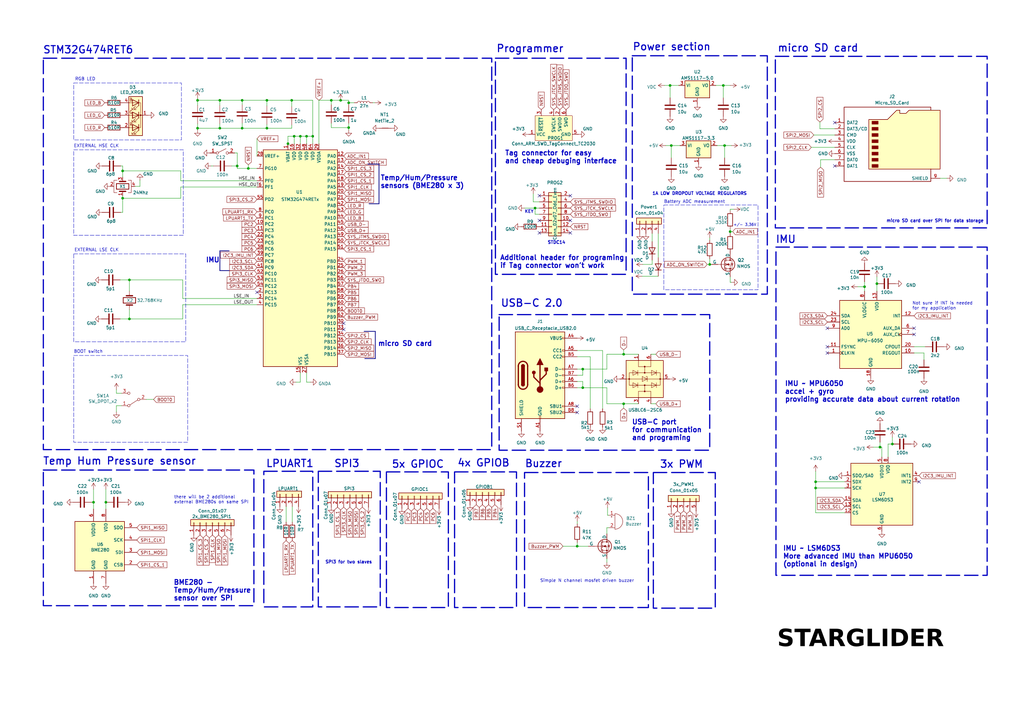
<source format=kicad_sch>
(kicad_sch (version 20231120) (generator "eeschema") (generator_version "8.0")
  (paper "A3")
  (title_block (title "STARGLIDER Main Board") (date "2024-08-12") (rev "1"))
  (junction (at 109.474 52.578))
  (junction (at 81.026 52.578))
  (junction (at 334.518 200.152))
  (junction (at 90.17 52.578))
  (junction (at 125.73 55.88))
  (junction (at 38.354 205.994))
  (junction (at 90.17 41.148))
  (junction (at 118.11 58.928))
  (junction (at 135.89 41.148))
  (junction (at 120.65 55.88))
  (junction (at 128.27 55.88))
  (junction (at 50.292 70.104))
  (junction (at 119.634 41.148))
  (junction (at 81.026 41.148))
  (junction (at 366.014 182.118))
  (junction (at 139.7 41.148))
  (junction (at 99.314 52.578))
  (junction (at 291.084 108.458))
  (junction (at 296.672 35.052))
  (junction (at 255.778 165.608))
  (junction (at 236.728 224.028))
  (junction (at 255.778 145.288))
  (junction (at 53.086 114.808))
  (junction (at 354.584 117.602))
  (junction (at 299.466 94.996))
  (junction (at 123.19 55.88))
  (junction (at 274.828 35.052))
  (junction (at 143.002 52.324))
  (junction (at 359.664 116.332))
  (junction (at 50.292 81.28))
  (junction (at 143.002 42.164))
  (junction (at 297.18 59.69))
  (junction (at 239.014 159.004))
  (junction (at 109.474 41.148))
  (junction (at 53.086 130.81))
  (junction (at 99.314 41.148))
  (junction (at 334.518 197.612))
  (junction (at 239.014 151.384))
  (junction (at 360.934 183.388))
  (junction (at 275.336 59.69))
  (junction (at 219.456 85.344))
  (junction (at 43.434 205.994))
  (junction (at 97.282 68.072))
  (junction (at 101.854 69.088))
  (no_connect (at 233.934 80.264))
  (no_connect (at 233.934 95.504))
  (no_connect (at 236.728 169.164))
  (no_connect (at 376.936 197.612))
  (no_connect (at 233.934 90.424))
  (no_connect (at 342.392 68.072))
  (no_connect (at 374.904 137.16))
  (no_connect (at 140.97 135.128))
  (no_connect (at 221.234 80.264))
  (no_connect (at 140.97 132.588))
  (no_connect (at 339.344 134.62))
  (no_connect (at 236.728 166.624))
  (no_connect (at 339.344 144.78))
  (no_connect (at 374.904 134.62))
  (no_connect (at 342.392 50.292))
  (no_connect (at 105.41 119.888))
  (no_connect (at 221.234 90.424))
  (no_connect (at 339.344 142.24))
  (no_connect (at 221.234 95.504))
  (wire (pts (xy 255.778 143.51) (xy 255.778 145.288)))
  (wire (pts (xy 43.434 205.994) (xy 43.434 208.788)))
  (wire (pts (xy 291.084 108.458) (xy 291.846 108.458)))
  (wire (pts (xy 130.81 41.148) (xy 135.89 41.148)))
  (wire (pts (xy 230.886 224.028) (xy 236.728 224.028)))
  (wire (pts (xy 109.474 51.054) (xy 109.474 52.578)))
  (wire (pts (xy 97.282 68.072) (xy 94.996 68.072)))
  (wire (pts (xy 342.392 52.832) (xy 336.296 52.832)))
  (wire (pts (xy 81.026 50.8) (xy 81.026 52.578)))
  (wire (pts (xy 336.296 50.038) (xy 336.296 52.832)))
  (wire (pts (xy 86.614 68.072) (xy 87.376 68.072)))
  (wire (pts (xy 236.728 159.004) (xy 239.014 159.004)))
  (wire (pts (xy 236.728 224.028) (xy 241.3 224.028)))
  (wire (pts (xy 81.026 40.386) (xy 81.026 41.148)))
  (wire (pts (xy 135.89 52.324) (xy 135.89 50.546)))
  (wire (pts (xy 90.17 41.148) (xy 90.17 43.18)))
  (wire (pts (xy 119.634 51.308) (xy 119.634 52.578)))
  (wire (pts (xy 153.67 42.164) (xy 152.908 42.164)))
  (wire (pts (xy 53.086 114.808) (xy 74.93 114.808)))
  (wire (pts (xy 97.282 69.088) (xy 97.282 68.072)))
  (wire (pts (xy 109.474 41.148) (xy 109.474 43.434)))
  (wire (pts (xy 53.086 127) (xy 53.086 130.81)))
  (wire (pts (xy 379.476 142.24) (xy 374.904 142.24)))
  (wire (pts (xy 49.276 114.808) (xy 53.086 114.808)))
  (wire (pts (xy 118.11 58.928) (xy 118.11 55.88)))
  (wire (pts (xy 120.65 55.88) (xy 123.19 55.88)))
  (wire (pts (xy 334.518 197.612) (xy 346.456 197.612)))
  (wire (pts (xy 236.728 213.868) (xy 236.728 214.884)))
  (wire (pts (xy 49.53 68.072) (xy 50.292 68.072)))
  (wire (pts (xy 236.728 156.464) (xy 239.014 156.464)))
  (wire (pts (xy 261.874 145.288) (xy 255.778 145.288)))
  (wire (pts (xy 215.138 85.344) (xy 219.456 85.344)))
  (wire (pts (xy 294.132 59.69) (xy 297.18 59.69)))
  (bus (pts (xy 90.17 110.998) (xy 93.98 110.998)))
  (wire (pts (xy 249.682 211.328) (xy 249.174 211.328)))
  (bus (pts (xy 150.876 67.31) (xy 155.448 67.31)))
  (wire (pts (xy 97.282 62.738) (xy 96.266 62.738)))
  (wire (pts (xy 119.634 41.148) (xy 109.474 41.148)))
  (wire (pts (xy 50.292 80.264) (xy 50.292 81.28)))
  (wire (pts (xy 128.27 41.148) (xy 119.634 41.148)))
  (wire (pts (xy 90.17 41.148) (xy 81.026 41.148)))
  (wire (pts (xy 346.456 210.312) (xy 334.518 210.312)))
  (wire (pts (xy 270.002 95.758) (xy 270.002 105.664)))
  (wire (pts (xy 300.99 85.852) (xy 299.466 85.852)))
  (wire (pts (xy 299.466 85.852) (xy 299.466 86.36)))
  (wire (pts (xy 247.142 167.64) (xy 247.142 143.764)))
  (wire (pts (xy 145.288 42.164) (xy 143.002 42.164)))
  (wire (pts (xy 135.89 52.324) (xy 143.002 52.324)))
  (wire (pts (xy 374.904 144.78) (xy 378.968 144.78)))
  (wire (pts (xy 74.168 74.168) (xy 105.41 74.168)))
  (wire (pts (xy 119.634 41.148) (xy 119.634 43.688)))
  (wire (pts (xy 275.336 59.69) (xy 275.336 64.77)))
  (wire (pts (xy 130.81 41.148) (xy 130.81 58.928)))
  (bus (pts (xy 153.924 147.066) (xy 149.606 147.066)))
  (wire (pts (xy 127.254 156.718) (xy 125.73 156.718)))
  (wire (pts (xy 296.672 35.052) (xy 299.466 35.052)))
  (wire (pts (xy 248.92 216.408) (xy 248.92 218.948)))
  (wire (pts (xy 297.18 59.69) (xy 299.974 59.69)))
  (wire (pts (xy 267.462 108.458) (xy 263.652 108.458)))
  (wire (pts (xy 354.584 115.57) (xy 354.584 117.602)))
  (wire (pts (xy 57.404 73.914) (xy 57.404 76.454)))
  (wire (pts (xy 267.462 99.06) (xy 267.462 95.758)))
  (wire (pts (xy 50.292 81.28) (xy 50.292 87.122)))
  (wire (pts (xy 299.466 93.98) (xy 299.466 94.996)))
  (wire (pts (xy 47.752 161.29) (xy 47.752 159.766)))
  (wire (pts (xy 90.17 52.578) (xy 99.314 52.578)))
  (wire (pts (xy 57.404 76.454) (xy 55.372 76.454)))
  (wire (pts (xy 275.336 59.69) (xy 278.892 59.69)))
  (wire (pts (xy 296.672 35.052) (xy 296.672 40.132)))
  (wire (pts (xy 49.784 161.29) (xy 47.752 161.29)))
  (wire (pts (xy 74.168 70.104) (xy 50.292 70.104)))
  (wire (pts (xy 351.79 117.602) (xy 354.584 117.602)))
  (bus (pts (xy 153.924 135.89) (xy 153.924 147.066)))
  (wire (pts (xy 364.236 182.118) (xy 366.014 182.118)))
  (wire (pts (xy 125.73 55.88) (xy 128.27 55.88)))
  (wire (pts (xy 143.002 41.148) (xy 143.002 42.164)))
  (wire (pts (xy 74.168 76.708) (xy 74.168 81.28)))
  (wire (pts (xy 334.518 200.152) (xy 334.518 197.612)))
  (wire (pts (xy 219.456 87.884) (xy 219.456 85.344)))
  (wire (pts (xy 378.968 147.574) (xy 378.968 144.78)))
  (wire (pts (xy 336.55 65.532) (xy 336.55 68.58)))
  (bus (pts (xy 155.448 83.566) (xy 151.384 83.566)))
  (wire (pts (xy 366.014 179.324) (xy 366.014 182.118)))
  (wire (pts (xy 242.062 167.64) (xy 242.062 146.304)))
  (wire (pts (xy 291.084 106.172) (xy 291.084 108.458)))
  (wire (pts (xy 101.854 69.088) (xy 97.282 69.088)))
  (wire (pts (xy 118.11 59.182) (xy 118.11 58.928)))
  (wire (pts (xy 49.784 166.37) (xy 47.752 166.37)))
  (wire (pts (xy 117.348 207.772) (xy 117.348 214.122)))
  (wire (pts (xy 273.05 59.69) (xy 275.336 59.69)))
  (wire (pts (xy 299.974 115.824) (xy 299.466 115.824)))
  (wire (pts (xy 272.542 35.052) (xy 274.828 35.052)))
  (wire (pts (xy 74.168 81.28) (xy 50.292 81.28)))
  (wire (pts (xy 239.014 151.384) (xy 236.728 151.384)))
  (wire (pts (xy 297.18 59.69) (xy 297.18 64.77)))
  (wire (pts (xy 267.462 106.68) (xy 267.462 108.458)))
  (wire (pts (xy 101.854 69.088) (xy 105.41 69.088)))
  (wire (pts (xy 121.412 156.718) (xy 123.19 156.718)))
  (wire (pts (xy 354.584 117.602) (xy 354.584 119.38)))
  (wire (pts (xy 109.474 52.578) (xy 119.634 52.578)))
  (wire (pts (xy 359.664 116.332) (xy 359.664 119.38)))
  (wire (pts (xy 123.19 156.718) (xy 123.19 152.908)))
  (wire (pts (xy 293.624 35.052) (xy 296.672 35.052)))
  (wire (pts (xy 236.728 222.504) (xy 236.728 224.028)))
  (wire (pts (xy 242.062 146.304) (xy 236.728 146.304)))
  (wire (pts (xy 299.466 94.996) (xy 299.466 95.758)))
  (wire (pts (xy 143.002 50.546) (xy 143.002 52.324)))
  (wire (pts (xy 218.694 82.804) (xy 221.234 82.804)))
  (wire (pts (xy 247.142 143.764) (xy 236.728 143.764)))
  (wire (pts (xy 268.986 145.288) (xy 266.954 145.288)))
  (wire (pts (xy 342.392 65.532) (xy 336.55 65.532)))
  (wire (pts (xy 50.292 68.072) (xy 50.292 70.104)))
  (wire (pts (xy 139.7 41.148) (xy 143.002 41.148)))
  (wire (pts (xy 125.73 55.88) (xy 125.73 58.928)))
  (wire (pts (xy 128.27 58.928) (xy 128.27 55.88)))
  (wire (pts (xy 239.014 156.464) (xy 239.014 159.004)))
  (wire (pts (xy 299.466 115.824) (xy 299.466 113.538)))
  (wire (pts (xy 101.854 67.564) (xy 101.854 69.088)))
  (wire (pts (xy 291.084 97.536) (xy 291.084 98.552)))
  (bus (pts (xy 93.98 102.87) (xy 90.17 102.87)))
  (wire (pts (xy 47.752 166.37) (xy 47.752 168.91)))
  (wire (pts (xy 49.276 130.81) (xy 53.086 130.81)))
  (wire (pts (xy 120.65 58.928) (xy 120.65 55.88)))
  (wire (pts (xy 37.592 205.994) (xy 38.354 205.994)))
  (wire (pts (xy 248.92 165.608) (xy 255.778 165.608)))
  (wire (pts (xy 109.474 41.148) (xy 99.314 41.148)))
  (wire (pts (xy 59.944 163.83) (xy 62.992 163.83)))
  (wire (pts (xy 74.168 70.104) (xy 74.168 74.168)))
  (wire (pts (xy 99.314 50.546) (xy 99.314 52.578)))
  (wire (pts (xy 361.696 183.388) (xy 360.934 183.388)))
  (wire (pts (xy 248.92 229.108) (xy 248.92 230.632)))
  (wire (pts (xy 334.518 197.612) (xy 334.518 193.294)))
  (wire (pts (xy 255.778 167.386) (xy 255.778 165.608)))
  (wire (pts (xy 81.026 53.34) (xy 81.026 52.578)))
  (wire (pts (xy 361.696 187.452) (xy 361.696 183.388)))
  (wire (pts (xy 274.828 35.052) (xy 274.828 40.132)))
  (wire (pts (xy 90.17 50.8) (xy 90.17 52.578)))
  (wire (pts (xy 135.89 41.148) (xy 139.7 41.148)))
  (wire (pts (xy 143.002 42.164) (xy 143.002 42.926)))
  (wire (pts (xy 38.354 205.994) (xy 38.354 208.788)))
  (wire (pts (xy 290.068 108.458) (xy 291.084 108.458)))
  (wire (pts (xy 236.728 153.924) (xy 239.014 153.924)))
  (bus (pts (xy 149.352 135.89) (xy 153.924 135.89)))
  (wire (pts (xy 128.27 55.88) (xy 128.27 41.148)))
  (wire (pts (xy 239.014 159.004) (xy 248.92 159.004)))
  (wire (pts (xy 118.11 55.88) (xy 120.65 55.88)))
  (wire (pts (xy 360.934 181.356) (xy 360.934 183.388)))
  (wire (pts (xy 268.986 165.608) (xy 266.954 165.608)))
  (wire (pts (xy 50.292 87.122) (xy 49.53 87.122)))
  (wire (pts (xy 74.93 122.428) (xy 74.93 114.808)))
  (wire (pts (xy 299.466 94.996) (xy 300.482 94.996)))
  (wire (pts (xy 239.014 153.924) (xy 239.014 151.384)))
  (wire (pts (xy 43.688 205.994) (xy 43.434 205.994)))
  (wire (pts (xy 135.89 42.926) (xy 135.89 41.148)))
  (wire (pts (xy 255.778 165.608) (xy 261.874 165.608)))
  (wire (pts (xy 263.398 113.284) (xy 270.002 113.284)))
  (wire (pts (xy 248.92 159.004) (xy 248.92 165.608)))
  (wire (pts (xy 119.888 207.772) (xy 119.888 214.122)))
  (wire (pts (xy 334.518 200.152) (xy 346.456 200.152)))
  (wire (pts (xy 333.756 55.372) (xy 342.392 55.372)))
  (wire (pts (xy 99.314 52.578) (xy 109.474 52.578)))
  (wire (pts (xy 105.41 56.896) (xy 105.41 64.008)))
  (wire (pts (xy 221.234 87.884) (xy 219.456 87.884)))
  (wire (pts (xy 74.93 124.968) (xy 105.41 124.968)))
  (wire (pts (xy 53.086 130.81) (xy 74.93 130.81)))
  (wire (pts (xy 218.694 79.502) (xy 218.694 82.804)))
  (wire (pts (xy 248.92 145.288) (xy 248.92 151.384)))
  (wire (pts (xy 249.174 211.328) (xy 249.174 208.28)))
  (wire (pts (xy 99.314 41.148) (xy 99.314 42.926)))
  (wire (pts (xy 364.236 187.452) (xy 364.236 182.118)))
  (wire (pts (xy 74.93 122.428) (xy 105.41 122.428)))
  (wire (pts (xy 248.92 151.384) (xy 239.014 151.384)))
  (wire (pts (xy 43.434 200.66) (xy 43.434 205.994)))
  (wire (pts (xy 274.828 35.052) (xy 278.384 35.052)))
  (wire (pts (xy 123.19 55.88) (xy 123.19 58.928)))
  (bus (pts (xy 155.448 67.31) (xy 155.448 83.566)))
  (wire (pts (xy 125.73 156.718) (xy 125.73 152.908)))
  (wire (pts (xy 358.14 183.388) (xy 360.934 183.388)))
  (wire (pts (xy 359.664 113.538) (xy 359.664 116.332)))
  (wire (pts (xy 249.682 216.408) (xy 248.92 216.408)))
  (wire (pts (xy 53.086 119.38) (xy 53.086 114.808)))
  (wire (pts (xy 74.93 130.81) (xy 74.93 124.968)))
  (wire (pts (xy 143.002 53.34) (xy 143.002 52.324)))
  (wire (pts (xy 123.19 55.88) (xy 125.73 55.88)))
  (wire (pts (xy 74.168 76.708) (xy 105.41 76.708)))
  (bus (pts (xy 90.17 102.87) (xy 90.17 110.998)))
  (wire (pts (xy 50.292 70.104) (xy 50.292 72.644)))
  (wire (pts (xy 99.314 41.148) (xy 90.17 41.148)))
  (wire (pts (xy 385.572 73.152) (xy 388.366 73.152)))
  (wire (pts (xy 81.026 52.578) (xy 90.17 52.578)))
  (wire (pts (xy 334.518 210.312) (xy 334.518 200.152)))
  (wire (pts (xy 332.74 60.452) (xy 342.392 60.452)))
  (wire (pts (xy 255.778 145.288) (xy 248.92 145.288)))
  (wire (pts (xy 38.354 200.66) (xy 38.354 205.994)))
  (wire (pts (xy 219.456 85.344) (xy 221.234 85.344)))
  (wire (pts (xy 81.026 41.148) (xy 81.026 43.18)))
  (wire (pts (xy 97.282 62.738) (xy 97.282 68.072)))
  (rectangle (start 130.556 193.294) (end 155.956 248.92) (stroke (width 0.5) (type dash)))
  (rectangle (start 318.008 23.114) (end 404.876 93.472) (stroke (width 0.5) (type dash)))
  (rectangle (start 259.334 22.86) (end 314.706 120.65) (stroke (width 0.5) (type dash)))
  (rectangle (start 30.226 104.14) (end 76.2 140.208) (stroke (width 0) (type dash)))
  (rectangle (start 158.496 193.548) (end 183.896 249.174) (stroke (width 0.5) (type dash)))
  (rectangle (start 203.2 23.876) (end 256.794 112.522) (stroke (width 0.5) (type dash)))
  (rectangle (start 30.226 61.468) (end 75.184 96.52) (stroke (width 0) (type dash)))
  (rectangle (start 272.288 84.074) (end 310.896 118.872) (stroke (width 0) (type dash)))
  (rectangle (start 30.226 145.796) (end 76.962 181.356) (stroke (width 0) (type dash)))
  (rectangle (start 215.138 193.802) (end 265.938 249.174) (stroke (width 0.5) (type dash)))
  (rectangle (start 108.204 193.294) (end 128.27 248.92) (stroke (width 0.5) (type dash)))
  (rectangle (start 17.78 23.876) (end 201.676 184.404) (stroke (width 0.5) (type dash)))
  (rectangle (start 186.436 193.548) (end 211.836 249.174) (stroke (width 0.5) (type dash)))
  (rectangle (start 318.262 101.346) (end 404.876 235.966) (stroke (width 0.5) (type dash)))
  (rectangle (start 30.226 34.036) (end 74.422 57.404) (stroke (width 0) (type dash)))
  (rectangle (start 267.97 193.802) (end 293.37 249.428) (stroke (width 0.5) (type dash)))
  (rectangle (start 204.724 129.032) (end 291.084 184.658) (stroke (width 0.5) (type dash)))
  (rectangle (start 17.78 192.786) (end 104.14 248.412) (stroke (width 0.5) (type dash)))
  (text "BME280 - \nTemp/Hum/Pressure\nsensor over SPI" (at 71.12 246.634 0) (effects (font (size 2 2) (thickness 0.4) (bold yes)) (justify left bottom)))
  (text "KEY" (at 215.138 87.63 0) (effects (font (size 1.27 1.27) (bold yes)) (justify left bottom)))
  (text "Programmer" (at 203.454 21.844 0) (effects (font (size 3 3) (thickness 0.454) (bold yes)) (justify left bottom)))
  (text "IMU" (at 318.008 100.076 0) (effects (font (size 3 3) (thickness 0.454) (bold yes)) (justify left bottom)))
  (text "STM32G474RET6" (at 17.526 22.352 0) (effects (font (size 3 3) (thickness 0.454) (bold yes)) (justify left bottom)))
  (text "micro SD card" (at 318.77 21.59 0) (effects (font (size 3 3) (thickness 0.454) (bold yes)) (justify left bottom)))
  (text "IMU" (at 84.328 107.95 0) (effects (font (size 2 2) (thickness 0.4) (bold yes)) (justify left bottom)))
  (text "USB-C 2.0" (at 205.232 126.238 0) (effects (font (size 3 3) (thickness 0.454) (bold yes)) (justify left bottom)))
  (text "SPI3 for two slaves" (at 133.35 231.394 0) (effects (font (size 1.27 1.27) (bold yes)) (justify left bottom)))
  (text "3x PWM" (at 270.51 192.278 0) (effects (font (size 3 3) (thickness 0.454) (bold yes)) (justify left bottom)))
  (text "Tag connector for easy \nand cheap debuging interface" (at 207.01 67.31 0) (effects (font (size 2 2) (thickness 0.4) (bold yes)) (justify left bottom)))
  (text "Additional header for programing \nif Tag connector won't work" (at 204.978 110.236 0) (effects (font (size 2 2) (thickness 0.4) (bold yes)) (justify left bottom)))
  (text "IMU ~ MPU6050 \naccel + gyro \nproviding accurate data about current rotation" (at 321.818 165.1 0) (effects (font (size 2 2) (thickness 0.4) (bold yes)) (justify left bottom)))
  (text "Not sure if INT is needed \nfor my application" (at 374.142 127.254 0) (effects (font (size 1.27 1.27)) (justify left bottom)))
  (text "SPI3" (at 136.906 192.024 0) (effects (font (size 3 3) (thickness 0.454) (bold yes)) (justify left bottom)))
  (text "LPUART1" (at 108.966 192.024 0) (effects (font (size 3 3) (thickness 0.454) (bold yes)) (justify left bottom)))
  (text "micro SD card over SPI for data storage" (at 363.474 91.44 0) (effects (font (size 1.27 1.27) (thickness 0.254) (bold yes)) (justify left bottom)))
  (text "+/- 3,36V" (at 300.736 92.964 0) (effects (font (size 1.1 1.1)) (justify left bottom)))
  (text "BOOT switch" (at 30.226 145.034 0) (effects (font (size 1.27 1.27)) (justify left bottom)))
  (text "STARGLIDER" (at 318.77 268.224 0) (effects (font (size 7 7) (thickness 0.254) (bold yes)) (justify left bottom)))
  (text "4x GPIOB" (at 187.452 191.77 0) (effects (font (size 3 3) (thickness 0.454) (bold yes)) (justify left bottom)))
  (text "EXTERNAL HSE CLK" (at 30.226 60.706 0) (effects (font (size 1.27 1.27)) (justify left bottom)))
  (text "RGB LED " (at 30.734 33.274 0) (effects (font (size 1.27 1.27)) (justify left bottom)))
  (text "there will be 2 additional \nexternal BME280s on same SPI " (at 71.374 206.756 0) (effects (font (size 1.27 1.27)) (justify left bottom)))
  (text "IMU ~ LSM6DS3\nMore advanced IMU than MPU6050 \n(optional in design)" (at 321.056 232.664 0) (effects (font (size 2 2) (thickness 0.4) (bold yes)) (justify left bottom)))
  (text "Simple N channel mosfet driven buzzer" (at 221.488 239.014 0) (effects (font (size 1.27 1.27)) (justify left bottom)))
  (text "Temp/Hum/Pressure\nsensors (BME280 x 3)" (at 155.956 77.47 0) (effects (font (size 2 2) (thickness 0.4) (bold yes)) (justify left bottom)))
  (text "5x GPIOC" (at 160.528 192.278 0) (effects (font (size 3 3) (thickness 0.454) (bold yes)) (justify left bottom)))
  (text "Buzzer" (at 215.138 192.024 0) (effects (font (size 3 3) (thickness 0.454) (bold yes)) (justify left bottom)))
  (text "Power section" (at 259.334 21.082 0) (effects (font (size 3 3) (thickness 0.454) (bold yes)) (justify left bottom)))
  (text "micro SD card" (at 154.94 142.24 0) (effects (font (size 2 2) (thickness 0.4) (bold yes)) (justify left bottom)))
  (text "USB-C port \nfor communication \nand programing " (at 259.08 180.848 0) (effects (font (size 2 2) (thickness 0.4) (bold yes)) (justify left bottom)))
  (text "1A LOW DROPOUT VOLTAGE REGULATORS" (at 267.462 80.264 0) (effects (font (size 1.27 1.27) (thickness 0.254) (bold yes)) (justify left bottom)))
  (text "Battery ADC measurement" (at 272.288 83.566 0) (effects (font (size 1.27 1.27)) (justify left bottom)))
  (text "EXTERNAL LSE CLK" (at 30.48 103.378 0) (effects (font (size 1.27 1.27)) (justify left bottom)))
  (text "Temp Hum Pressure sensor" (at 17.526 191.008 0) (effects (font (size 3 3) (thickness 0.454) (bold yes)) (justify left bottom)))
  (text "STDC14" (at 224.536 100.33 0) (effects (font (size 1.27 1.27) (thickness 0.254) (bold yes)) (justify left bottom)))
  (label "LSE_IN" (at 95.758 122.428 0))
  (label "HSE_OUT" (at 97.79 76.708 0))
  (label "HSE_IN" (at 97.79 74.168 0))
  (label "LSE_OUT" (at 95.758 124.968 0))
  (global_label "ADC_IN1" (shape input) (at 140.97 64.008 0) (property "Intersheetrefs" "${INTERSHEET_REFS}" (effects (hide yes))))
  (global_label "PB4" (shape input) (at 140.97 117.348 0) (property "Intersheetrefs" "${INTERSHEET_REFS}" (effects (hide yes))))
  (global_label "SPI2_MOSI" (shape input) (at 140.97 145.288 0) (property "Intersheetrefs" "${INTERSHEET_REFS}" (effects (hide yes))))
  (global_label "USB_D-" (shape input) (at 140.97 91.948 0) (property "Intersheetrefs" "${INTERSHEET_REFS}" (effects (hide yes))))
  (global_label "SPI1_MISO" (shape input) (at 56.134 216.408 0) (property "Intersheetrefs" "${INTERSHEET_REFS}" (effects (hide yes))))
  (global_label "I2C3_SCL" (shape input) (at 346.456 207.772 180) (property "Intersheetrefs" "${INTERSHEET_REFS}" (effects (hide yes))))
  (global_label "VREF+" (shape input) (at 130.81 41.148 90) (property "Intersheetrefs" "${INTERSHEET_REFS}" (effects (hide yes))))
  (global_label "SPI1_CLK" (shape input) (at 140.97 76.708 0) (property "Intersheetrefs" "${INTERSHEET_REFS}" (effects (hide yes))))
  (global_label "PC6" (shape input) (at 177.546 208.534 270) (property "Intersheetrefs" "${INTERSHEET_REFS}" (effects (hide yes))))
  (global_label "SPI1_CLK" (shape input) (at 56.134 221.488 0) (property "Intersheetrefs" "${INTERSHEET_REFS}" (effects (hide yes))))
  (global_label "ADC_ON_SWITCH" (shape input) (at 140.97 66.548 0) (property "Intersheetrefs" "${INTERSHEET_REFS}" (effects (hide yes))))
  (global_label "SPI3_MISO" (shape input) (at 105.41 114.808 180) (property "Intersheetrefs" "${INTERSHEET_REFS}" (effects (hide yes))))
  (global_label "SPI2_MISO" (shape input) (at 336.55 68.58 270) (property "Intersheetrefs" "${INTERSHEET_REFS}" (effects (hide yes))))
  (global_label "PC3" (shape input) (at 105.41 94.488 180) (property "Intersheetrefs" "${INTERSHEET_REFS}" (effects (hide yes))))
  (global_label "LPUART1_TX" (shape input) (at 105.41 89.408 180) (property "Intersheetrefs" "${INTERSHEET_REFS}" (effects (hide yes))))
  (global_label "PWM_3" (shape input) (at 282.956 209.55 270) (property "Intersheetrefs" "${INTERSHEET_REFS}" (effects (hide yes))))
  (global_label "BOOT0" (shape input) (at 62.992 163.83 0) (property "Intersheetrefs" "${INTERSHEET_REFS}" (effects (hide yes))))
  (global_label "Buzzer_PWM" (shape input) (at 140.97 130.048 0) (property "Intersheetrefs" "${INTERSHEET_REFS}" (effects (hide yes))))
  (global_label "I2C3_SDA" (shape input) (at 346.456 205.232 180) (property "Intersheetrefs" "${INTERSHEET_REFS}" (effects (hide yes))))
  (global_label "SPI1_MOSI" (shape input) (at 56.134 226.568 0) (property "Intersheetrefs" "${INTERSHEET_REFS}" (effects (hide yes))))
  (global_label "SPI1_CS_3" (shape input) (at 82.042 219.456 270) (property "Intersheetrefs" "${INTERSHEET_REFS}" (effects (hide yes))))
  (global_label "LED_G" (shape input) (at 140.97 86.868 0) (property "Intersheetrefs" "${INTERSHEET_REFS}" (effects (hide yes))))
  (global_label "I2C3_SDA" (shape input) (at 105.41 109.728 180) (property "Intersheetrefs" "${INTERSHEET_REFS}" (effects (hide yes))))
  (global_label "SPI1_CS_1" (shape input) (at 56.134 231.648 0) (property "Intersheetrefs" "${INTERSHEET_REFS}" (effects (hide yes))))
  (global_label "PC4" (shape input) (at 105.41 97.028 180) (property "Intersheetrefs" "${INTERSHEET_REFS}" (effects (hide yes))))
  (global_label "LPUART1_RX" (shape input) (at 105.41 86.868 180) (property "Intersheetrefs" "${INTERSHEET_REFS}" (effects (hide yes))))
  (global_label "I2C3_IMU_INT" (shape input) (at 105.41 104.648 180) (property "Intersheetrefs" "${INTERSHEET_REFS}" (effects (hide yes))))
  (global_label "SPI1_CS_1" (shape input) (at 140.97 74.168 0) (property "Intersheetrefs" "${INTERSHEET_REFS}" (effects (hide yes))))
  (global_label "PWM_1" (shape input) (at 140.97 107.188 0) (property "Intersheetrefs" "${INTERSHEET_REFS}" (effects (hide yes))))
  (global_label "SPI1_CLK" (shape input) (at 87.122 219.456 270) (property "Intersheetrefs" "${INTERSHEET_REFS}" (effects (hide yes))))
  (global_label "ADC_IN1" (shape input) (at 300.482 94.996 0) (property "Intersheetrefs" "${INTERSHEET_REFS}" (effects (hide yes))))
  (global_label "USB_D+" (shape input) (at 140.97 94.488 0) (property "Intersheetrefs" "${INTERSHEET_REFS}" (effects (hide yes))))
  (global_label "SPI1_CS_3" (shape input) (at 140.97 69.088 0) (property "Intersheetrefs" "${INTERSHEET_REFS}" (effects (hide yes))))
  (global_label "SPI3_CS_1" (shape input) (at 138.43 208.026 270) (property "Intersheetrefs" "${INTERSHEET_REFS}" (effects (hide yes))))
  (global_label "PB6" (shape input) (at 140.97 122.428 0) (property "Intersheetrefs" "${INTERSHEET_REFS}" (effects (hide yes))))
  (global_label "D-" (shape input) (at 255.778 143.51 90) (property "Intersheetrefs" "${INTERSHEET_REFS}" (effects (hide yes))))
  (global_label "SPI1_MISO" (shape input) (at 140.97 79.248 0) (property "Intersheetrefs" "${INTERSHEET_REFS}" (effects (hide yes))))
  (global_label "SYS_JTCK_SWCLK" (shape input) (at 233.934 85.344 0) (property "Intersheetrefs" "${INTERSHEET_REFS}" (effects (hide yes))))
  (global_label "SPI1_MOSI" (shape input) (at 140.97 81.788 0) (property "Intersheetrefs" "${INTERSHEET_REFS}" (effects (hide yes))))
  (global_label "NRST" (shape input) (at 101.854 67.564 90) (property "Intersheetrefs" "${INTERSHEET_REFS}" (effects (hide yes))))
  (global_label "SPI3_CS_2" (shape input) (at 105.41 81.788 180) (property "Intersheetrefs" "${INTERSHEET_REFS}" (effects (hide yes))))
  (global_label "SPI3_CLK" (shape input) (at 140.97 208.026 270) (property "Intersheetrefs" "${INTERSHEET_REFS}" (effects (hide yes))))
  (global_label "PC4" (shape input) (at 172.466 208.534 270) (property "Intersheetrefs" "${INTERSHEET_REFS}" (effects (hide yes))))
  (global_label "PC3" (shape input) (at 169.926 208.534 270) (property "Intersheetrefs" "${INTERSHEET_REFS}" (effects (hide yes))))
  (global_label "SPI3_MOSI" (shape input) (at 105.41 117.348 180) (property "Intersheetrefs" "${INTERSHEET_REFS}" (effects (hide yes))))
  (global_label "SPI3_CLK" (shape input) (at 105.41 112.268 180) (property "Intersheetrefs" "${INTERSHEET_REFS}" (effects (hide yes))))
  (global_label "ADC_ON_SWITCH" (shape input) (at 290.068 108.458 180) (property "Intersheetrefs" "${INTERSHEET_REFS}" (effects (hide yes))))
  (global_label "SPI2_CLK" (shape input) (at 140.97 140.208 0) (property "Intersheetrefs" "${INTERSHEET_REFS}" (effects (hide yes))))
  (global_label "SYS_JTMS_SWDIO" (shape input) (at 233.934 82.804 0) (property "Intersheetrefs" "${INTERSHEET_REFS}" (effects (hide yes))))
  (global_label "SPI2_MISO" (shape input) (at 140.97 142.748 0) (property "Intersheetrefs" "${INTERSHEET_REFS}" (effects (hide yes))))
  (global_label "Buzzer_PWM" (shape input) (at 230.886 224.028 180) (property "Intersheetrefs" "${INTERSHEET_REFS}" (effects (hide yes))))
  (global_label "LPUART1_RX" (shape input) (at 117.348 221.742 270) (property "Intersheetrefs" "${INTERSHEET_REFS}" (effects (hide yes))))
  (global_label "I2C3_SCL" (shape input) (at 339.344 132.08 180) (property "Intersheetrefs" "${INTERSHEET_REFS}" (effects (hide yes))))
  (global_label "USB_D+" (shape input) (at 268.986 165.608 0) (property "Intersheetrefs" "${INTERSHEET_REFS}" (effects (hide yes))))
  (global_label "LPUART1_TX" (shape input) (at 119.888 221.742 270) (property "Intersheetrefs" "${INTERSHEET_REFS}" (effects (hide yes))))
  (global_label "SPI3_CS_1" (shape input) (at 140.97 102.108 0) (property "Intersheetrefs" "${INTERSHEET_REFS}" (effects (hide yes))))
  (global_label "SPI2_CLK" (shape input) (at 332.74 60.452 180) (property "Intersheetrefs" "${INTERSHEET_REFS}" (effects (hide yes))))
  (global_label "SPI3_MOSI" (shape input) (at 146.05 208.026 270) (property "Intersheetrefs" "${INTERSHEET_REFS}" (effects (hide yes))))
  (global_label "PC2" (shape input) (at 105.41 91.948 180) (property "Intersheetrefs" "${INTERSHEET_REFS}" (effects (hide yes))))
  (global_label "PWM_1" (shape input) (at 277.876 209.55 270) (property "Intersheetrefs" "${INTERSHEET_REFS}" (effects (hide yes))))
  (global_label "PB5" (shape input) (at 200.406 207.01 270) (property "Intersheetrefs" "${INTERSHEET_REFS}" (effects (hide yes))))
  (global_label "PWM_3" (shape input) (at 140.97 112.268 0) (property "Intersheetrefs" "${INTERSHEET_REFS}" (effects (hide yes))))
  (global_label "PB7" (shape input) (at 140.97 124.968 0) (property "Intersheetrefs" "${INTERSHEET_REFS}" (effects (hide yes))))
  (global_label "NRST" (shape input) (at 233.934 92.964 0) (property "Intersheetrefs" "${INTERSHEET_REFS}" (effects (hide yes))))
  (global_label "PB6" (shape input) (at 197.866 207.01 270) (property "Intersheetrefs" "${INTERSHEET_REFS}" (effects (hide yes))))
  (global_label "PC2" (shape input) (at 167.386 208.534 270) (property "Intersheetrefs" "${INTERSHEET_REFS}" (effects (hide yes))))
  (global_label "I2C3_SDA" (shape input) (at 339.344 129.54 180) (property "Intersheetrefs" "${INTERSHEET_REFS}" (effects (hide yes))))
  (global_label "PWM_2" (shape input) (at 280.416 209.55 270) (property "Intersheetrefs" "${INTERSHEET_REFS}" (effects (hide yes))))
  (global_label "SYS_JTDO_SWO" (shape input) (at 140.97 114.808 0) (property "Intersheetrefs" "${INTERSHEET_REFS}" (effects (hide yes))))
  (global_label "LED_R" (shape input) (at 140.97 84.328 0) (property "Intersheetrefs" "${INTERSHEET_REFS}" (effects (hide yes))))
  (global_label "NRST" (shape input) (at 221.996 44.958 90) (property "Intersheetrefs" "${INTERSHEET_REFS}" (effects (hide yes))))
  (global_label "LED_B" (shape input) (at 140.97 89.408 0) (property "Intersheetrefs" "${INTERSHEET_REFS}" (effects (hide yes))))
  (global_label "SYS_JTMS_SWDIO" (shape input) (at 140.97 97.028 0) (property "Intersheetrefs" "${INTERSHEET_REFS}" (effects (hide yes))))
  (global_label "PC5" (shape input) (at 105.41 99.568 180) (property "Intersheetrefs" "${INTERSHEET_REFS}" (effects (hide yes))))
  (global_label "PB7" (shape input) (at 195.326 207.01 270) (property "Intersheetrefs" "${INTERSHEET_REFS}" (effects (hide yes))))
  (global_label "LED_R" (shape input) (at 42.926 52.324 180) (property "Intersheetrefs" "${INTERSHEET_REFS}" (effects (hide yes))))
  (global_label "SYS_JTCK_SWCLK" (shape input) (at 140.97 99.568 0) (property "Intersheetrefs" "${INTERSHEET_REFS}" (effects (hide yes))))
  (global_label "SPI2_MOSI" (shape input) (at 333.756 55.372 180) (property "Intersheetrefs" "${INTERSHEET_REFS}" (effects (hide yes))))
  (global_label "SPI2_CS" (shape input) (at 140.97 137.668 0) (property "Intersheetrefs" "${INTERSHEET_REFS}" (effects (hide yes))))
  (global_label "SYS_JTMS_SWDIO" (shape input) (at 229.616 44.958 90) (property "Intersheetrefs" "${INTERSHEET_REFS}" (effects (hide yes))))
  (global_label "I2C3_SCL" (shape input) (at 105.41 107.188 180) (property "Intersheetrefs" "${INTERSHEET_REFS}" (effects (hide yes))))
  (global_label "I2C3_IMU_INT" (shape input) (at 376.936 195.072 0) (property "Intersheetrefs" "${INTERSHEET_REFS}" (effects (hide yes))))
  (global_label "VREF+" (shape input) (at 105.41 56.896 0) (property "Intersheetrefs" "${INTERSHEET_REFS}" (effects (hide yes))))
  (global_label "SPI1_CS_2" (shape input) (at 84.582 219.456 270) (property "Intersheetrefs" "${INTERSHEET_REFS}" (effects (hide yes))))
  (global_label "D+" (shape input) (at 255.778 167.386 270) (property "Intersheetrefs" "${INTERSHEET_REFS}" (effects (hide yes))))
  (global_label "PB5" (shape input) (at 140.97 119.888 0) (property "Intersheetrefs" "${INTERSHEET_REFS}" (effects (hide yes))))
  (global_label "PWM_2" (shape input) (at 140.97 109.728 0) (property "Intersheetrefs" "${INTERSHEET_REFS}" (effects (hide yes))))
  (global_label "SPI3_MISO" (shape input) (at 143.51 208.026 270) (property "Intersheetrefs" "${INTERSHEET_REFS}" (effects (hide yes))))
  (global_label "PB4" (shape input) (at 202.946 207.01 270) (property "Intersheetrefs" "${INTERSHEET_REFS}" (effects (hide yes))))
  (global_label "SPI2_CS" (shape input) (at 336.296 50.038 90) (property "Intersheetrefs" "${INTERSHEET_REFS}" (effects (hide yes))))
  (global_label "SPI1_MISO" (shape input) (at 89.662 219.456 270) (property "Intersheetrefs" "${INTERSHEET_REFS}" (effects (hide yes))))
  (global_label "SPI3_CS_2" (shape input) (at 148.59 208.026 270) (property "Intersheetrefs" "${INTERSHEET_REFS}" (effects (hide yes))))
  (global_label "LED_B" (shape input) (at 42.926 42.164 180) (property "Intersheetrefs" "${INTERSHEET_REFS}" (effects (hide yes))))
  (global_label "SYS_JTDO_SWO" (shape input) (at 232.156 44.958 90) (property "Intersheetrefs" "${INTERSHEET_REFS}" (effects (hide yes))))
  (global_label "BOOT0" (shape input) (at 140.97 127.508 0) (property "Intersheetrefs" "${INTERSHEET_REFS}" (effects (hide yes))))
  (global_label "LED_G" (shape input) (at 42.926 47.244 180) (property "Intersheetrefs" "${INTERSHEET_REFS}" (effects (hide yes))))
  (global_label "PC5" (shape input) (at 175.006 208.534 270) (property "Intersheetrefs" "${INTERSHEET_REFS}" (effects (hide yes))))
  (global_label "I2C3_IMU_INT" (shape input) (at 374.904 129.54 0) (property "Intersheetrefs" "${INTERSHEET_REFS}" (effects (hide yes))))
  (global_label "SPI1_MOSI" (shape input) (at 92.202 219.456 270) (property "Intersheetrefs" "${INTERSHEET_REFS}" (effects (hide yes))))
  (global_label "USB_D-" (shape input) (at 268.986 145.288 0) (property "Intersheetrefs" "${INTERSHEET_REFS}" (effects (hide yes))))
  (global_label "SYS_JTCK_SWCLK" (shape input) (at 227.076 44.958 90) (property "Intersheetrefs" "${INTERSHEET_REFS}" (effects (hide yes))))
  (global_label "SYS_JTDO_SWO" (shape input) (at 233.934 87.884 0) (property "Intersheetrefs" "${INTERSHEET_REFS}" (effects (hide yes))))
  (global_label "PC6" (shape input) (at 105.41 102.108 180) (property "Intersheetrefs" "${INTERSHEET_REFS}" (effects (hide yes))))
  (global_label "SPI1_CS_2" (shape input) (at 140.97 71.628 0) (property "Intersheetrefs" "${INTERSHEET_REFS}" (effects (hide yes))))
  (symbol (lib_name "+3V3_2") (lib_id "power:+3V3") (at 334.518 193.294 0) (unit 1)
    (property "Reference" "#PWR083" (effects (hide yes)))
    (property "Value" "+3V3" (at 334.518 187.96 0))
    (property "Description" "Power symbol creates a global label with name \"+3V3\"" (effects (hide yes)))
  )
  (symbol (lib_id "power:+5V") (at 273.05 59.69 90) (unit 1)
    (property "Reference" "#PWR023" (effects (hide yes)))
    (property "Value" "+5V" (at 270.002 59.69 90) (effects (justify left)))
  )
  (symbol (lib_id "power:GNDA") (at 127.254 156.718 90) (unit 1)
    (property "Reference" "#PWR04" (effects (hide yes)))
    (property "Value" "GNDA" (at 130.556 157.353 90) (effects (justify right)))
  )
  (symbol (lib_id "power:GND") (at 388.366 73.152 90) (unit 1)
    (property "Reference" "#PWR039" (effects (hide yes)))
    (property "Value" "GND" (at 392.43 73.787 90) (effects (justify right)))
  )
  (symbol (lib_id "Device:R") (at 46.736 42.164 270) (unit 1)
    (property "Reference" "R6" (at 46.736 40.132 90))
    (property "Value" "510R" (at 46.736 42.164 90))
    (property "Footprint" "Resistor_SMD:R_0603_1608Metric" (effects (hide yes)))
  )
  (symbol (lib_id "Connector:Conn_ARM_SWD_TagConnect_TC2030") (at 227.076 52.578 90) (unit 1) (in_bom no)
    (property "Reference" "PROG1" (at 224.536 56.642 90) (effects (justify right)))
    (property "Value" "Conn_ARM_SWD_TagConnect_TC2030" (at 209.804 58.928 90) (effects (justify right)))
    (property "Footprint" "Connector:Tag-Connect_TC2030-IDC-FP_2x03_P1.27mm_Vertical" (effects (hide yes)))
    (property "Datasheet" "https://www.tag-connect.com/wp-content/uploads/bsk-pdf-manager/TC2030-CTX_1.pdf" (effects (hide yes)))
  )
  (symbol (lib_id "Device:C") (at 33.782 205.994 90) (unit 1)
    (property "Reference" "C22" (at 33.782 199.39 90))
    (property "Value" "100n" (at 33.782 201.93 90))
    (property "Footprint" "Capacitor_SMD:C_0603_1608Metric" (effects (hide yes)))
  )
  (symbol (lib_id "Device:L") (at 149.098 42.164 90) (unit 1)
    (property "Reference" "L1" (at 149.352 40.132 90))
    (property "Value" "27n" (at 149.352 43.434 90))
    (property "Footprint" "Inductor_SMD:L_0603_1608Metric" (effects (hide yes)))
  )
  (symbol (lib_id "power:+3V3") (at 151.13 208.026 180) (unit 1)
    (property "Reference" "#PWR060" (effects (hide yes)))
    (property "Value" "+3V3" (at 151.13 213.614 90))
  )
  (symbol (lib_id "Device:C") (at 297.18 68.58 0) (unit 1)
    (property "Reference" "C16" (at 300.228 67.945 0) (effects (justify left)))
    (property "Value" "10u" (at 300.228 70.485 0) (effects (justify left)))
    (property "Footprint" "Capacitor_SMD:C_0603_1608Metric" (effects (hide yes)))
  )
  (symbol (lib_name "+3V3_1") (lib_id "power:+3V3") (at 285.496 209.55 180) (unit 1)
    (property "Reference" "#PWR078" (effects (hide yes)))
    (property "Value" "+3V3" (at 285.75 215.138 90))
    (property "Description" "Power symbol creates a global label with name \"+3V3\"" (effects (hide yes)))
  )
  (symbol (lib_id "Device:Buzzer") (at 252.222 213.868 0) (unit 1)
    (property "Reference" "BZ1" (at 256.794 212.598 0) (effects (justify left)))
    (property "Value" "Buzzer" (at 256.54 214.884 0) (effects (justify left)))
    (property "Footprint" "Buzzer_Beeper:MagneticBuzzer_PUI_AT-0927-TT-6-R" (effects (hide yes)))
  )
  (symbol (lib_id "power:GND") (at 361.696 217.932 0) (unit 1)
    (property "Reference" "#PWR084" (effects (hide yes)))
    (property "Value" "GND" (at 361.696 223.012 0))
  )
  (symbol (lib_id "Device:R") (at 46.736 52.324 270) (unit 1)
    (property "Reference" "R4" (at 46.736 50.292 90))
    (property "Value" "510R" (at 46.736 52.324 90))
    (property "Footprint" "Resistor_SMD:R_0603_1608Metric" (effects (hide yes)))
  )
  (symbol (lib_id "power:GNDA") (at 143.002 53.34 0) (unit 1)
    (property "Reference" "#PWR06" (effects (hide yes)))
    (property "Value" "GNDA" (at 143.002 58.166 0))
  )
  (symbol (lib_id "power:+3V3") (at 299.974 59.69 270) (unit 1)
    (property "Reference" "#PWR027" (effects (hide yes)))
    (property "Value" "+3V3" (at 303.022 59.436 90) (effects (justify left)))
  )
  (symbol (lib_id "Device:C") (at 119.634 47.498 0) (unit 1)
    (property "Reference" "C4" (at 120.65 45.212 0) (effects (justify left)))
    (property "Value" "100n" (at 120.65 49.784 0) (effects (justify left)))
    (property "Footprint" "Capacitor_SMD:C_0603_1608Metric" (effects (hide yes)))
  )
  (symbol (lib_id "power:GND") (at 275.336 72.39 0) (unit 1)
    (property "Reference" "#PWR024" (effects (hide yes)))
    (property "Value" "GND" (at 275.336 77.216 0))
  )
  (symbol (lib_id "power:GND") (at 41.656 114.808 270) (unit 1)
    (property "Reference" "#PWR014" (effects (hide yes)))
    (property "Value" "GND" (at 39.624 116.586 90) (effects (justify right)))
  )
  (symbol (lib_id "power:+3V3") (at 359.664 113.538 0) (unit 1)
    (property "Reference" "#PWR044" (effects (hide yes)))
    (property "Value" "+3V3" (at 359.664 109.982 0))
  )
  (symbol (lib_id "Device:C") (at 90.17 46.99 0) (unit 1)
    (property "Reference" "C2" (at 90.932 44.958 0) (effects (justify left)))
    (property "Value" "100n" (at 90.932 49.53 0) (effects (justify left)))
    (property "Footprint" "Capacitor_SMD:C_0603_1608Metric" (effects (hide yes)))
  )
  (symbol (lib_id "power:GND") (at 286.512 67.31 0) (unit 1)
    (property "Reference" "#PWR025" (effects (hide yes)))
    (property "Value" "GND" (at 286.512 72.136 0))
  )
  (symbol (lib_id "power:+5V") (at 236.728 138.684 270) (unit 1)
    (property "Reference" "#PWR038" (effects (hide yes)))
    (property "Value" "+5V" (at 240.03 139.319 90) (effects (justify left)))
  )
  (symbol (lib_id "power:GNDA") (at 155.448 52.578 270) (unit 1)
    (property "Reference" "#PWR09" (effects (hide yes)))
    (property "Value" "GNDA" (at 151.384 54.61 90))
  )
  (symbol (lib_id "power:GND") (at 248.92 230.632 0) (unit 1)
    (property "Reference" "#PWR074" (effects (hide yes)))
    (property "Value" "GND" (at 248.92 234.95 0))
  )
  (symbol (lib_id "Sensor_Motion:MPU-6050") (at 357.124 137.16 0) (unit 1)
    (property "Reference" "U5" (at 355.346 136.906 0) (effects (justify left)))
    (property "Value" "MPU-6050" (at 351.536 139.7 0) (effects (justify left)))
    (property "Footprint" "Sensor_Motion:InvenSense_QFN-24_4x4mm_P0.5mm" (effects (hide yes)))
    (property "Datasheet" "https://invensense.tdk.com/wp-content/uploads/2015/02/MPU-6000-Datasheet1.pdf" (effects (hide yes)))
  )
  (symbol (lib_id "power:+3V3") (at 218.694 79.502 0) (unit 1)
    (property "Reference" "#PWR063" (effects (hide yes)))
    (property "Value" "+3V3" (at 218.186 75.946 0))
  )
  (symbol (lib_id "Device:R") (at 217.424 92.964 90) (unit 1)
    (property "Reference" "R9" (at 217.424 90.932 90))
    (property "Value" "100R" (at 217.424 92.964 90))
    (property "Footprint" "Resistor_SMD:R_0603_1608Metric" (effects (hide yes)))
  )
  (symbol (lib_id "Connector_Generic:Conn_01x06") (at 197.866 201.93 90) (unit 1)
    (property "Reference" "GPIOB1" (at 198.628 199.644 90))
    (property "Value" "Conn_01x06" (at 190.246 206.502 0))
    (property "Footprint" "Connector_JST:JST_SH_SM06B-SRSS-TB_1x06-1MP_P1.00mm_Horizontal" (effects (hide yes)))
  )
  (symbol (lib_id "power:GND") (at 29.972 205.994 270) (unit 1)
    (property "Reference" "#PWR052" (effects (hide yes)))
    (property "Value" "GND" (at 25.908 206.629 90) (effects (justify right)))
  )
  (symbol (lib_id "Device:C") (at 99.314 46.736 0) (unit 1)
    (property "Reference" "C3" (at 100.33 44.704 0) (effects (justify left)))
    (property "Value" "100n" (at 100.076 49.53 0) (effects (justify left)))
    (property "Footprint" "Capacitor_SMD:C_0603_1608Metric" (effects (hide yes)))
  )
  (symbol (lib_id "Switch:SW_SPST") (at 91.186 62.738 0) (unit 1)
    (property "Reference" "SW2" (at 91.186 56.388 0))
    (property "Value" "SW_SPST" (at 91.186 58.928 0))
    (property "Footprint" "Button_Switch_SMD:SW_SPST_CK_RS282G05A3" (effects (hide yes)))
    (property "Description" "Single Pole Single Throw (SPST) switch" (effects (hide yes)))
  )
  (symbol (lib_id "power:GND") (at 387.096 142.24 90) (unit 1)
    (property "Reference" "#PWR045" (effects (hide yes)))
    (property "Value" "GND" (at 391.414 142.875 90) (effects (justify right)))
  )
  (symbol (lib_id "power:GND") (at 81.026 53.34 0) (unit 1)
    (property "Reference" "#PWR02" (effects (hide yes)))
    (property "Value" "GND" (at 81.026 58.928 0))
  )
  (symbol (lib_id "power:GND") (at 297.18 72.39 0) (unit 1)
    (property "Reference" "#PWR026" (effects (hide yes)))
    (property "Value" "GND" (at 297.18 77.216 0))
  )
  (symbol (lib_id "power:+3V3") (at 122.428 207.772 180) (unit 1)
    (property "Reference" "#PWR054" (effects (hide yes)))
    (property "Value" "+3V3" (at 122.682 211.074 90) (effects (justify left)))
  )
  (symbol (lib_id "Device:C") (at 135.89 46.736 0) (unit 1)
    (property "Reference" "C6" (at 136.652 44.704 0) (effects (justify left)))
    (property "Value" "100n" (at 136.652 49.276 0) (effects (justify left)))
    (property "Footprint" "Capacitor_SMD:C_0603_1608Metric" (effects (hide yes)))
  )
  (symbol (lib_id "Device:C") (at 143.002 46.736 0) (unit 1)
    (property "Reference" "C7" (at 143.764 44.704 0) (effects (justify left)))
    (property "Value" "1u" (at 143.764 49.276 0) (effects (justify left)))
    (property "Footprint" "Capacitor_SMD:C_0603_1608Metric" (effects (hide yes)))
  )
  (symbol (lib_id "power:GND") (at 41.656 130.81 270) (unit 1)
    (property "Reference" "#PWR015" (effects (hide yes)))
    (property "Value" "GND" (at 39.624 132.588 90) (effects (justify right)))
  )
  (symbol (lib_id "power:+5V") (at 291.084 97.536 0) (unit 1)
    (property "Reference" "#PWR076" (effects (hide yes)))
    (property "Value" "+5V" (at 291.084 93.98 0))
  )
  (symbol (lib_id "Device:R") (at 46.736 47.244 270) (unit 1)
    (property "Reference" "R5" (at 46.482 45.212 90))
    (property "Value" "510R" (at 46.736 47.244 90))
    (property "Footprint" "Resistor_SMD:R_0603_1608Metric" (effects (hide yes)))
  )
  (symbol (lib_id "Connector:Micro_SD_Card") (at 365.252 57.912 0) (unit 1)
    (property "Reference" "J2" (at 365.887 39.624 0))
    (property "Value" "Micro_SD_Card" (at 365.887 42.164 0))
    (property "Footprint" "Library:micro_SD_card" (effects (hide yes)))
    (property "Datasheet" "http://katalog.we-online.de/em/datasheet/693072010801.pdf" (effects (hide yes)))
  )
  (symbol (lib_id "Device:C") (at 363.474 116.332 270) (unit 1)
    (property "Reference" "C17" (at 363.728 113.03 90))
    (property "Value" "100n" (at 363.728 119.888 90))
    (property "Footprint" "Capacitor_SMD:C_0603_1608Metric" (effects (hide yes)))
  )
  (symbol (lib_id "power:GND") (at 160.528 52.578 90) (unit 1)
    (property "Reference" "#PWR08" (effects (hide yes)))
    (property "Value" "GND" (at 164.338 55.118 90))
  )
  (symbol (lib_id "Device:C") (at 45.72 87.122 90) (unit 1)
    (property "Reference" "C9" (at 46.736 83.566 90) (effects (justify left)))
    (property "Value" "6p8" (at 47.498 90.678 90) (effects (justify left)))
    (property "Footprint" "Capacitor_SMD:C_0603_1608Metric" (effects (hide yes)))
  )
  (symbol (lib_id "power:+5V") (at 274.574 155.448 270) (unit 1)
    (property "Reference" "#PWR037" (effects (hide yes)))
    (property "Value" "+5V" (at 278.13 156.083 90) (effects (justify left)))
  )
  (symbol (lib_id "power:GND") (at 264.922 95.758 0) (unit 1)
    (property "Reference" "#PWR086" (effects (hide yes)))
    (property "Value" "GND" (at 264.922 100.33 90))
  )
  (symbol (lib_id "Simulation_SPICE:NMOS") (at 296.926 108.458 0) (unit 1)
    (property "Reference" "Q2" (at 302.514 106.68 0) (effects (justify left)))
    (property "Value" "NMOS" (at 302.26 109.22 0) (effects (justify left)))
    (property "Footprint" "Library:PUOLOP 2N7002-SOT23" (effects (hide yes)))
    (property "Datasheet" "https://ngspice.sourceforge.io/docs/ngspice-manual.pdf" (effects (hide yes)))
    (property "Sim.Device" "NMOS" (effects (hide yes)))
    (property "Sim.Type" "VDMOS" (effects (hide yes)))
    (property "Sim.Pins" "1=G 2=S 3=D" (effects (hide yes)))
  )
  (symbol (lib_id "power:GND") (at 57.404 73.914 180) (unit 1)
    (property "Reference" "#PWR013" (effects (hide yes)))
    (property "Value" "GND" (at 58.674 71.374 0) (effects (justify right)))
  )
  (symbol (lib_id "Device:NetTie_2") (at 157.988 52.578 0) (unit 1) (in_bom no)
    (property "Reference" "NT1" (at 157.734 46.99 0))
    (property "Value" "NetTie_2" (at 157.734 49.53 0))
    (property "Footprint" "NetTie:NetTie-2_SMD_Pad0.5mm" (effects (hide yes)))
  )
  (symbol (lib_id "power:+3V3") (at 43.434 200.66 0) (unit 1)
    (property "Reference" "#PWR059" (effects (hide yes)))
    (property "Value" "+3V3" (at 43.434 196.85 0))
  )
  (symbol (lib_id "Switch:SW_DPDT_x2") (at 54.864 163.83 180) (unit 1)
    (property "Reference" "SW1" (at 42.164 162.306 0))
    (property "Value" "SW_DPDT_x2" (at 42.164 164.592 0))
    (property "Footprint" "Button_Switch_SMD:SW_SPDT_PCM12" (effects (hide yes)))
  )
  (symbol (lib_id "Device:C") (at 81.026 46.99 0) (unit 1)
    (property "Reference" "C1" (at 81.534 44.958 0) (effects (justify left)))
    (property "Value" "4u7" (at 81.534 49.276 0) (effects (justify left)))
    (property "Footprint" "Capacitor_SMD:C_0603_1608Metric" (effects (hide yes)))
  )
  (symbol (lib_id "power:GND") (at 247.142 175.26 0) (unit 1)
    (property "Reference" "#PWR034" (effects (hide yes)))
    (property "Value" "GND" (at 247.142 180.086 0))
  )
  (symbol (lib_id "power:VDC") (at 263.652 108.458 90) (unit 1)
    (property "Reference" "#PWR087" (effects (hide yes)))
    (property "Value" "VDC" (at 261.874 106.68 90))
  )
  (symbol (lib_id "power:+3V3") (at 47.752 159.766 0) (unit 1)
    (property "Reference" "#PWR029" (effects (hide yes)))
    (property "Value" "+3V3" (at 47.752 154.432 0))
  )
  (symbol (lib_id "Device:R") (at 119.888 217.932 0) (unit 1)
    (property "Reference" "R7" (at 121.92 217.297 0) (effects (justify left)))
    (property "Value" "10R" (at 119.888 219.71 90) (effects (justify left)))
    (property "Footprint" "Resistor_SMD:R_0603_1608Metric" (effects (hide yes)))
  )
  (symbol (lib_id "power:GND") (at 60.706 47.244 90) (unit 1)
    (property "Reference" "#PWR057" (effects (hide yes)))
    (property "Value" "GND" (at 65.024 46.609 90) (effects (justify right)))
  )
  (symbol (lib_id "Sensor:BME280") (at 40.894 224.028 0) (unit 1)
    (property "Reference" "U6" (at 42.418 223.266 0) (effects (justify right)))
    (property "Value" "BME280" (at 44.958 225.552 0) (effects (justify right)))
    (property "Footprint" "Package_LGA:Bosch_LGA-8_2.5x2.5mm_P0.65mm_ClockwisePinNumbering" (effects (hide yes)))
    (property "Datasheet" "https://www.bosch-sensortec.com/media/boschsensortec/downloads/datasheets/bst-bme280-ds002.pdf" (effects (hide yes)))
  )
  (symbol (lib_id "power:GND") (at 86.614 68.072 270) (unit 1)
    (property "Reference" "#PWR017" (effects (hide yes)))
    (property "Value" "GND" (at 84.582 70.104 90) (effects (justify right)))
  )
  (symbol (lib_id "power:GND") (at 373.634 182.118 90) (unit 1)
    (property "Reference" "#PWR081" (effects (hide yes)))
    (property "Value" "GND" (at 377.952 182.753 90) (effects (justify right)))
  )
  (symbol (lib_id "Device:C") (at 45.466 130.81 90) (unit 1)
    (property "Reference" "C11" (at 46.482 127.254 90) (effects (justify left)))
    (property "Value" "5p1" (at 47.244 134.366 90) (effects (justify left)))
    (property "Footprint" "Capacitor_SMD:C_0603_1608Metric" (effects (hide yes)))
  )
  (symbol (lib_id "power:GND") (at 86.106 62.738 270) (unit 1)
    (property "Reference" "#PWR016" (effects (hide yes)))
    (property "Value" "GND" (at 84.074 64.77 90) (effects (justify right)))
  )
  (symbol (lib_id "power:GND") (at 346.456 195.072 270) (unit 1)
    (property "Reference" "#PWR085" (effects (hide yes)))
    (property "Value" "GND" (at 343.916 196.088 90) (effects (justify right)))
  )
  (symbol (lib_id "power:GND") (at 38.354 239.268 0) (unit 1)
    (property "Reference" "#PWR049" (effects (hide yes)))
    (property "Value" "GND" (at 38.354 244.348 0))
  )
  (symbol (lib_id "Device:C") (at 383.286 142.24 270) (unit 1)
    (property "Reference" "C18" (at 383.54 138.938 90))
    (property "Value" "2n2" (at 383.54 145.796 90))
    (property "Footprint" "Capacitor_SMD:C_0603_1608Metric" (effects (hide yes)))
  )
  (symbol (lib_id "power:GND") (at 192.786 207.01 0) (unit 1)
    (property "Reference" "#PWR067" (effects (hide yes)))
    (property "Value" "GND" (at 192.786 211.582 90))
  )
  (symbol (lib_id "Device:R") (at 247.142 171.45 0) (unit 1)
    (property "Reference" "R3" (at 248.666 173.228 0) (effects (justify left)))
    (property "Value" "5k1" (at 247.904 175.514 0) (effects (justify left)))
    (property "Footprint" "Resistor_SMD:R_0603_1608Metric" (effects (hide yes)))
  )
  (symbol (lib_id "power:+3V3") (at 38.354 200.66 0) (unit 1)
    (property "Reference" "#PWR058" (effects (hide yes)))
    (property "Value" "+3V3" (at 38.354 196.85 0))
  )
  (symbol (lib_id "Device:C") (at 45.466 114.808 90) (unit 1)
    (property "Reference" "C10" (at 46.482 111.252 90) (effects (justify left)))
    (property "Value" "5p1" (at 47.244 118.364 90) (effects (justify left)))
    (property "Footprint" "Capacitor_SMD:C_0603_1608Metric" (effects (hide yes)))
  )
  (symbol (lib_id "Device:C") (at 369.824 182.118 270) (unit 1)
    (property "Reference" "C24" (at 370.078 178.816 90))
    (property "Value" "100n" (at 370.078 185.674 90))
    (property "Footprint" "Capacitor_SMD:C_0603_1608Metric" (effects (hide yes)))
  )
  (symbol (lib_id "Device:R") (at 236.728 218.694 0) (unit 1)
    (property "Reference" "R11" (at 238.76 218.059 0) (effects (justify left)))
    (property "Value" "47K" (at 238.76 220.599 0) (effects (justify left)))
    (property "Footprint" "Resistor_SMD:R_0603_1608Metric" (effects (hide yes)))
  )
  (symbol (lib_id "power:GND") (at 242.062 175.26 0) (unit 1)
    (property "Reference" "#PWR033" (effects (hide yes)))
    (property "Value" "GND" (at 242.062 180.086 0))
  )
  (symbol (lib_id "Device:C") (at 91.186 68.072 90) (unit 1)
    (property "Reference" "C12" (at 92.456 64.516 90) (effects (justify left)))
    (property "Value" "100n" (at 93.726 71.628 90) (effects (justify left)))
    (property "Footprint" "Capacitor_SMD:C_0603_1608Metric" (effects (hide yes)))
  )
  (symbol (lib_id "MCU_ST_STM32G4:STM32G474RETx") (at 123.19 107.188 0) (unit 1)
    (property "Reference" "U1" (at 121.412 78.74 0) (effects (justify left)))
    (property "Value" "STM32G474RETx" (at 115.316 81.788 0) (effects (justify left)))
    (property "Footprint" "Package_QFP:LQFP-64_10x10mm_P0.5mm" (effects (hide yes)))
    (property "Datasheet" "https://www.st.com/resource/en/datasheet/stm32g474re.pdf" (effects (hide yes)))
  )
  (symbol (lib_id "power:GND") (at 262.382 95.758 0) (unit 1)
    (property "Reference" "#PWR069" (effects (hide yes)))
    (property "Value" "GND" (at 262.382 100.33 90))
  )
  (symbol (lib_id "power:+3V3") (at 342.392 57.912 90) (unit 1)
    (property "Reference" "#PWR040" (effects (hide yes)))
    (property "Value" "+3V3" (at 339.09 57.912 90) (effects (justify left)))
  )
  (symbol (lib_id "Device:Crystal") (at 53.086 123.19 90) (unit 1)
    (property "Reference" "X2" (at 54.61 123.19 90) (effects (justify left)))
    (property "Value" "32.768KHz" (at 56.134 123.19 90) (effects (justify right)))
    (property "Footprint" "Crystal:Crystal_SMD_3215-2Pin_3.2x1.5mm" (effects (hide yes)))
  )
  (symbol (lib_id "power:+3V3") (at 94.742 219.456 180) (unit 1)
    (property "Reference" "#PWR056" (effects (hide yes)))
    (property "Value" "+3V3" (at 94.996 222.504 90) (effects (justify left)))
  )
  (symbol (lib_id "Regulator_Linear:AMS1117-5.0") (at 286.004 35.052 0) (unit 1)
    (property "Reference" "U2" (at 286.004 29.464 0))
    (property "Value" "AMS1117-5.0" (at 286.004 32.004 0))
    (property "Footprint" "Package_TO_SOT_SMD:SOT-223-3_TabPin2" (effects (hide yes)))
    (property "Datasheet" "http://www.advanced-monolithic.com/pdf/ds1117.pdf" (effects (hide yes)))
  )
  (symbol (lib_name "GND_1") (lib_id "power:GND") (at 275.336 209.55 0) (unit 1)
    (property "Reference" "#PWR077" (effects (hide yes)))
    (property "Value" "GND" (at 275.336 214.376 90))
    (property "Description" "Power symbol creates a global label with name \"GND\" , ground" (effects (hide yes)))
  )
  (symbol (lib_id "power:GND") (at 378.968 155.194 0) (unit 1)
    (property "Reference" "#PWR048" (effects (hide yes)))
    (property "Value" "GND" (at 378.968 160.528 0))
  )
  (symbol (lib_id "Connector_Generic:Conn_01x07") (at 143.51 202.946 90) (unit 1)
    (property "Reference" "SPI3" (at 143.256 200.406 90))
    (property "Value" "Conn_01x07" (at 133.604 207.264 0))
    (property "Footprint" "Connector_JST:JST_SH_SM07B-SRSS-TB_1x07-1MP_P1.00mm_Horizontal" (effects (hide yes)))
    (property "Manufacturer" "JST" (effects (hide yes)))
  )
  (symbol (lib_id "power:+3V3") (at 153.67 42.164 270) (unit 1)
    (property "Reference" "#PWR07" (effects (hide yes)))
    (property "Value" "+3V3" (at 157.48 42.799 90) (effects (justify left)))
  )
  (symbol (lib_id "power:GND") (at 45.212 76.454 270) (unit 1)
    (property "Reference" "#PWR012" (effects (hide yes)))
    (property "Value" "GND" (at 43.18 78.486 90) (effects (justify right)))
  )
  (symbol (lib_id "Device:D") (at 270.002 109.474 90) (unit 1)
    (property "Reference" "D2" (at 265.684 110.49 90) (effects (justify right)))
    (property "Value" "D" (at 266.192 112.014 90) (effects (justify right)))
    (property "Footprint" "Diode_SMD:D_0805_2012Metric" (effects (hide yes)))
    (property "Description" "Diode" (effects (hide yes)))
    (property "Sim.Device" "D" (effects (hide yes)))
    (property "Sim.Pins" "1=K 2=A" (effects (hide yes)))
  )
  (symbol (lib_id "power:+3V3") (at 180.086 208.534 180) (unit 1)
    (property "Reference" "#PWR066" (effects (hide yes)))
    (property "Value" "+3V3" (at 180.086 214.122 90))
  )
  (symbol (lib_id "power:GND") (at 367.284 116.332 90) (unit 1)
    (property "Reference" "#PWR043" (effects (hide yes)))
    (property "Value" "GND" (at 371.602 116.967 90) (effects (justify right)))
  )
  (symbol (lib_id "Connector_Generic:Conn_01x05") (at 280.416 204.47 90) (unit 1)
    (property "Reference" "3x_PWM1" (at 280.416 198.628 90))
    (property "Value" "Conn_01x05" (at 280.416 201.168 90))
    (property "Footprint" "Connector_JST:JST_SH_SM05B-SRSS-TB_1x05-1MP_P1.00mm_Horizontal" (effects (hide yes)))
    (property "Description" "Generic connector, single row, 01x05, script generated (kicad-library-utils/schlib/autogen/connector/)" (effects (hide yes)))
  )
  (symbol (lib_id "Power_Protection:USBLC6-2SC6") (at 264.414 155.448 270) (unit 1)
    (property "Reference" "U4" (at 264.414 142.748 90))
    (property "Value" "USBLC6-2SC6" (at 264.668 168.148 90))
    (property "Footprint" "Package_TO_SOT_SMD:SOT-23-6" (effects (hide yes)))
    (property "Datasheet" "https://www.st.com/resource/en/datasheet/usblc6-2.pdf" (effects (hide yes)))
  )
  (symbol (lib_id "power:+3V3") (at 366.014 179.324 0) (unit 1)
    (property "Reference" "#PWR080" (effects (hide yes)))
    (property "Value" "+3V3" (at 366.014 175.768 0))
  )
  (symbol (lib_id "Device:R") (at 291.084 102.362 0) (unit 1)
    (property "Reference" "R12" (at 286.004 101.6 0) (effects (justify left)))
    (property "Value" "47K" (at 286.004 103.378 0) (effects (justify left)))
    (property "Footprint" "Resistor_SMD:R_0603_1608Metric" (effects (hide yes)))
  )
  (symbol (lib_id "Device:D") (at 267.462 102.87 90) (unit 1)
    (property "Reference" "D1" (at 263.398 103.886 90) (effects (justify right)))
    (property "Value" "D" (at 264.668 105.664 90) (effects (justify right)))
    (property "Footprint" "Diode_SMD:D_0805_2012Metric" (effects (hide yes)))
    (property "Description" "Diode" (effects (hide yes)))
    (property "Sim.Device" "D" (effects (hide yes)))
    (property "Sim.Pins" "1=K 2=A" (effects (hide yes)))
  )
  (symbol (lib_id "Device:C") (at 378.968 151.384 0) (unit 1)
    (property "Reference" "C20" (at 374.65 150.368 0))
    (property "Value" "100n" (at 374.65 152.4 0))
    (property "Footprint" "Capacitor_SMD:C_0603_1608Metric" (effects (hide yes)))
  )
  (symbol (lib_id "power:GND") (at 274.828 47.752 0) (unit 1)
    (property "Reference" "#PWR022" (effects (hide yes)))
    (property "Value" "GND" (at 274.828 52.578 0))
  )
  (symbol (lib_id "power:+3V3") (at 205.486 207.01 180) (unit 1)
    (property "Reference" "#PWR068" (effects (hide yes)))
    (property "Value" "+3V3" (at 205.486 212.598 90))
  )
  (symbol (lib_id "power:+5V") (at 299.466 35.052 270) (unit 1)
    (property "Reference" "#PWR019" (effects (hide yes)))
    (property "Value" "+5V" (at 303.53 35.687 90) (effects (justify left)))
  )
  (symbol (lib_id "power:VDC") (at 263.398 113.284 90) (unit 1)
    (property "Reference" "#PWR088" (effects (hide yes)))
    (property "Value" "VDC" (at 261.874 111.506 90))
  )
  (symbol (lib_id "Device:C") (at 354.584 111.76 180) (unit 1)
    (property "Reference" "C19" (at 350.52 111.506 0))
    (property "Value" "10n" (at 350.52 113.792 0))
    (property "Footprint" "Capacitor_SMD:C_0603_1608Metric" (effects (hide yes)))
  )
  (symbol (lib_id "Device:Crystal_GND24") (at 50.292 76.454 90) (unit 1)
    (property "Reference" "X1" (at 50.292 76.454 90))
    (property "Value" "24Mhz" (at 57.658 78.994 90))
    (property "Footprint" "Crystal:Crystal_SMD_2016-4Pin_2.0x1.6mm" (effects (hide yes)))
  )
  (symbol (lib_id "Device:C") (at 274.828 43.942 0) (unit 1)
    (property "Reference" "C14" (at 277.876 43.307 0) (effects (justify left)))
    (property "Value" "10u" (at 277.876 45.847 0) (effects (justify left)))
    (property "Footprint" "Capacitor_SMD:C_0603_1608Metric" (effects (hide yes)))
  )
  (symbol (lib_id "power:GND") (at 41.91 68.072 270) (unit 1)
    (property "Reference" "#PWR010" (effects (hide yes)))
    (property "Value" "GND" (at 39.878 70.104 90) (effects (justify right)))
  )
  (symbol (lib_id "Connector_Generic:Conn_01x04") (at 264.922 90.678 90) (unit 1)
    (property "Reference" "Power1" (at 266.192 84.836 90))
    (property "Value" "Conn_01x04" (at 266.192 87.376 90))
    (property "Footprint" "Connector_JST:JST_SH_SM04B-SRSS-TB_1x04-1MP_P1.00mm_Horizontal" (effects (hide yes)))
    (property "Description" "Generic connector, single row, 01x04, script generated (kicad-library-utils/schlib/autogen/connector/)" (effects (hide yes)))
  )
  (symbol (lib_id "power:+3.3VA") (at 139.7 41.148 0) (unit 1)
    (property "Reference" "#PWR05" (effects (hide yes)))
    (property "Value" "+3.3VA" (at 139.7 37.846 0))
  )
  (symbol (lib_id "power:GND") (at 114.808 207.772 0) (unit 1)
    (property "Reference" "#PWR053" (effects (hide yes)))
    (property "Value" "GND" (at 114.808 211.074 90) (effects (justify right)))
  )
  (symbol (lib_id "Device:C") (at 360.934 177.546 180) (unit 1)
    (property "Reference" "C23" (at 356.87 177.292 0))
    (property "Value" "100n" (at 356.87 179.578 0))
    (property "Footprint" "Capacitor_SMD:C_0603_1608Metric" (effects (hide yes)))
  )
  (symbol (lib_id "power:+3V3") (at 358.14 183.388 90) (unit 1)
    (property "Reference" "#PWR082" (effects (hide yes)))
    (property "Value" "+3V3" (at 354.838 184.023 90) (effects (justify left)))
  )
  (symbol (lib_id "Connector_Generic:Conn_01x07") (at 87.122 214.376 90) (unit 1)
    (property "Reference" "2x_BME280_SPI1" (at 86.868 211.836 90))
    (property "Value" "Conn_01x07" (at 87.122 209.55 90))
    (property "Footprint" "Connector_JST:JST_SH_SM07B-SRSS-TB_1x07-1MP_P1.00mm_Horizontal" (effects (hide yes)))
    (property "Manufacturer" "JST" (effects (hide yes)))
  )
  (symbol (lib_id "power:GND") (at 296.672 47.752 0) (unit 1)
    (property "Reference" "#PWR021" (effects (hide yes)))
    (property "Value" "GND" (at 296.672 52.578 0))
  )
  (symbol (lib_id "Device:R") (at 299.466 99.568 180) (unit 1)
    (property "Reference" "R1" (at 296.672 98.298 0))
    (property "Value" "200K" (at 295.91 100.076 0))
    (property "Footprint" "Resistor_SMD:R_0603_1608Metric" (effects (hide yes)))
  )
  (symbol (lib_id "power:GND") (at 213.614 92.964 270) (unit 1)
    (property "Reference" "#PWR062" (effects (hide yes)))
    (property "Value" "GND" (at 211.328 93.98 90) (effects (justify right)))
  )
  (symbol (lib_id "Device:R") (at 242.062 171.45 0) (unit 1)
    (property "Reference" "R2" (at 238.252 173.482 0) (effects (justify left)))
    (property "Value" "5k1" (at 238.252 175.26 0) (effects (justify left)))
    (property "Footprint" "Resistor_SMD:R_0603_1608Metric" (effects (hide yes)))
  )
  (symbol (lib_id "power:GND") (at 79.502 219.456 0) (unit 1)
    (property "Reference" "#PWR055" (effects (hide yes)))
    (property "Value" "GND" (at 78.74 222.504 90) (effects (justify right)))
  )
  (symbol (lib_id "power:GND") (at 237.236 55.118 90) (unit 1)
    (property "Reference" "#PWR031" (effects (hide yes)))
    (property "Value" "GND" (at 241.046 52.832 90))
  )
  (symbol (lib_id "power:VDC") (at 300.99 85.852 270) (unit 1)
    (property "Reference" "#PWR072" (effects (hide yes)))
    (property "Value" "VDC" (at 305.562 85.852 90))
  )
  (symbol (lib_id "power:GND") (at 221.488 176.784 0) (unit 1)
    (property "Reference" "#PWR035" (effects (hide yes)))
    (property "Value" "GND" (at 221.488 181.61 0))
  )
  (symbol (lib_id "Device:R") (at 117.348 217.932 0) (unit 1)
    (property "Reference" "R8" (at 113.284 216.408 0) (effects (justify left)))
    (property "Value" "10R" (at 117.348 219.71 90) (effects (justify left)))
    (property "Footprint" "Resistor_SMD:R_0603_1608Metric" (effects (hide yes)))
  )
  (symbol (lib_id "Device:LED_KRGB") (at 55.626 47.244 180) (unit 1)
    (property "Reference" "D3" (at 54.356 35.814 0))
    (property "Value" "LED_KRGB" (at 54.102 37.846 0))
    (property "Footprint" "Library:LED_RGB_5050-6" (effects (hide yes)))
    (property "Dirtributor Link" "https://www.lcsc.com/product-detail/RGB-LEDs_TCWIN-TC5050RGBF08-3CJH-AF53A_C784540.html" (effects (hide yes)))
    (property "Manufacturer" "TCWIN" (effects (hide yes)))
    (property "Part number" "TC5050RGBF08-3CJH-AF53A" (effects (hide yes)))
  )
  (symbol (lib_id "power:GND") (at 357.124 154.94 0) (unit 1)
    (property "Reference" "#PWR042" (effects (hide yes)))
    (property "Value" "GND" (at 357.124 159.512 0))
  )
  (symbol (lib_id "Connector_Generic:Conn_01x07") (at 172.466 203.454 90) (unit 1)
    (property "Reference" "GPIOC1" (at 172.212 200.66 90))
    (property "Value" "Conn_01x07" (at 162.052 207.772 0))
    (property "Footprint" "Connector_JST:JST_SH_SM07B-SRSS-TB_1x07-1MP_P1.00mm_Horizontal" (effects (hide yes)))
  )
  (symbol (lib_id "power:+5V") (at 249.174 208.28 0) (unit 1)
    (property "Reference" "#PWR073" (effects (hide yes)))
    (property "Value" "+5V" (at 249.174 204.724 0))
  )
  (symbol (lib_id "Simulation_SPICE:NMOS") (at 246.38 224.028 0) (unit 1)
    (property "Reference" "Q1" (at 251.968 222.25 0) (effects (justify left)))
    (property "Value" "NMOS" (at 251.46 224.79 0) (effects (justify left)))
    (property "Footprint" "Library:PUOLOP 2N7002-SOT23" (effects (hide yes)))
    (property "Datasheet" "https://ngspice.sourceforge.io/docs/ngspice-manual.pdf" (effects (hide yes)))
    (property "Sim.Device" "NMOS" (effects (hide yes)))
    (property "Sim.Type" "VDMOS" (effects (hide yes)))
    (property "Sim.Pins" "1=G 2=S 3=D" (effects (hide yes)))
  )
  (symbol (lib_id "power:GND") (at 51.308 205.994 90) (unit 1)
    (property "Reference" "#PWR051" (effects (hide yes)))
    (property "Value" "GND" (at 55.118 206.629 90) (effects (justify right)))
  )
  (symbol (lib_id "power:GND") (at 215.138 85.344 270) (unit 1)
    (property "Reference" "#PWR064" (effects (hide yes)))
    (property "Value" "GND" (at 212.344 85.344 90) (effects (justify right)))
  )
  (symbol (lib_id "power:GND") (at 254.254 155.448 270) (unit 1)
    (property "Reference" "#PWR032" (effects (hide yes)))
    (property "Value" "GND" (at 251.714 156.464 90) (effects (justify right)))
  )
  (symbol (lib_id "power:GND") (at 213.868 176.784 0) (unit 1)
    (property "Reference" "#PWR036" (effects (hide yes)))
    (property "Value" "GND" (at 213.868 181.61 0))
  )
  (symbol (lib_id "power:GND") (at 43.434 239.268 0) (unit 1)
    (property "Reference" "#PWR050" (effects (hide yes)))
    (property "Value" "GND" (at 43.434 244.348 0))
  )
  (symbol (lib_id "Device:C") (at 109.474 47.244 0) (unit 1)
    (property "Reference" "C5" (at 110.744 44.958 0) (effects (justify left)))
    (property "Value" "100n" (at 110.744 49.53 0) (effects (justify left)))
    (property "Footprint" "Capacitor_SMD:C_0603_1608Metric" (effects (hide yes)))
  )
  (symbol (lib_id "power:+5V") (at 236.728 213.868 0) (unit 1)
    (property "Reference" "#PWR075" (effects (hide yes)))
    (property "Value" "+5V" (at 236.728 210.312 0))
  )
  (symbol (lib_id "power:GND") (at 164.846 208.534 0) (unit 1)
    (property "Reference" "#PWR065" (effects (hide yes)))
    (property "Value" "GND" (at 164.846 213.106 90))
  )
  (symbol (lib_id "power:GND") (at 47.752 168.91 0) (unit 1)
    (property "Reference" "#PWR028" (effects (hide yes)))
    (property "Value" "GND" (at 47.752 172.974 0))
  )
  (symbol (lib_id "Device:C") (at 47.498 205.994 90) (unit 1)
    (property "Reference" "C21" (at 47.498 199.39 90))
    (property "Value" "100n" (at 47.498 201.93 90))
    (property "Footprint" "Capacitor_SMD:C_0603_1608Metric" (effects (hide yes)))
  )
  (symbol (lib_id "Regulator_Linear:AMS1117-3.3") (at 286.512 59.69 0) (unit 1)
    (property "Reference" "U3" (at 286.512 54.102 0))
    (property "Value" "AMS1117-3.3" (at 286.512 56.642 0))
    (property "Footprint" "Package_TO_SOT_SMD:SOT-223-3_TabPin2" (effects (hide yes)))
    (property "Datasheet" "http://www.advanced-monolithic.com/pdf/ds1117.pdf" (effects (hide yes)))
  )
  (symbol (lib_id "power:GND") (at 342.392 62.992 270) (unit 1)
    (property "Reference" "#PWR041" (effects (hide yes)))
    (property "Value" "GND" (at 339.598 62.992 90) (effects (justify right)))
  )
  (symbol (lib_id "power:VDC") (at 272.542 35.052 90) (unit 1)
    (property "Reference" "#PWR018" (effects (hide yes)))
    (property "Value" "VDC" (at 269.24 35.687 90) (effects (justify left)))
  )
  (symbol (lib_id "Sensor_Motion:LSM6DS3") (at 361.696 202.692 0) (unit 1)
    (property "Reference" "U7" (at 360.426 202.692 0) (effects (justify left)))
    (property "Value" "LSM6DS3" (at 357.632 204.978 0) (effects (justify left)))
    (property "Footprint" "Package_LGA:LGA-14_3x2.5mm_P0.5mm_LayoutBorder3x4y" (effects (hide yes)))
    (property "Datasheet" "https://www.st.com/resource/en/datasheet/lsm6ds3tr-c.pdf" (effects (hide yes)))
    (property "Description" "I2C/SPI, iNEMO inertial module: always-on 3D accelerometer and 3D gyroscope" (effects (hide yes)))
  )
  (symbol (lib_id "power:GND") (at 121.412 156.718 270) (unit 1)
    (property "Reference" "#PWR03" (effects (hide yes)))
    (property "Value" "GND" (at 117.348 157.353 90) (effects (justify right)))
  )
  (symbol (lib_id "Device:C") (at 296.672 43.942 0) (unit 1)
    (property "Reference" "C13" (at 299.72 43.307 0) (effects (justify left)))
    (property "Value" "10u" (at 299.72 45.847 0) (effects (justify left)))
    (property "Footprint" "Capacitor_SMD:C_0603_1608Metric" (effects (hide yes)))
  )
  (symbol (lib_id "Device:R") (at 299.466 90.17 180) (unit 1)
    (property "Reference" "R10" (at 296.418 89.408 0))
    (property "Value" "330K" (at 295.91 91.186 0))
    (property "Footprint" "Resistor_SMD:R_0603_1608Metric" (effects (hide yes)))
  )
  (symbol (lib_id "Connector_Generic:Conn_02x07_Odd_Even") (at 226.314 87.884 0) (unit 1)
    (property "Reference" "PROG2" (at 227.584 74.93 0))
    (property "Value" "Conn_02x07_Odd_Even" (at 227.584 87.63 90))
    (property "Footprint" "Connector_PinHeader_1.27mm:PinHeader_2x07_P1.27mm_Vertical_SMD" (effects (hide yes)))
  )
  (symbol (lib_id "power:+3V3") (at 216.916 55.118 90) (unit 1)
    (property "Reference" "#PWR030" (effects (hide yes)))
    (property "Value" "+3V3" (at 212.598 52.832 90))
  )
  (symbol (lib_id "power:GND") (at 286.004 42.672 0) (unit 1)
    (property "Reference" "#PWR020" (effects (hide yes)))
    (property "Value" "GND" (at 286.004 47.498 0))
  )
  (symbol (lib_id "power:GND") (at 354.584 107.95 180) (unit 1)
    (property "Reference" "#PWR047" (effects (hide yes)))
    (property "Value" "GND" (at 354.584 103.632 0))
  )
  (symbol (lib_id "Device:C") (at 45.72 68.072 90) (unit 1)
    (property "Reference" "C8" (at 46.99 64.77 90) (effects (justify left)))
    (property "Value" "6p8" (at 47.244 71.374 90) (effects (justify left)))
    (property "Footprint" "Capacitor_SMD:C_0603_1608Metric" (effects (hide yes)))
  )
  (symbol (lib_id "Device:C") (at 275.336 68.58 0) (unit 1)
    (property "Reference" "C15" (at 278.384 67.945 0) (effects (justify left)))
    (property "Value" "10u" (at 278.384 70.485 0) (effects (justify left)))
    (property "Footprint" "Capacitor_SMD:C_0603_1608Metric" (effects (hide yes)))
  )
  (symbol (lib_id "power:GND") (at 360.934 173.736 180) (unit 1)
    (property "Reference" "#PWR079" (effects (hide yes)))
    (property "Value" "GND" (at 360.934 169.418 0))
  )
  (symbol (lib_id "Connector_Generic:Conn_01x04") (at 117.348 202.692 90) (unit 1)
    (property "Reference" "LPUART1" (at 122.428 200.406 90) (effects (justify left)))
    (property "Value" "Conn_01x04" (at 112.268 213.36 0) (effects (justify left)))
    (property "Footprint" "Connector_JST:JST_SH_SM04B-SRSS-TB_1x04-1MP_P1.00mm_Horizontal" (effects (hide yes)))
  )
  (symbol (lib_id "power:GND") (at 135.89 208.026 0) (unit 1)
    (property "Reference" "#PWR061" (effects (hide yes)))
    (property "Value" "GND" (at 135.89 212.598 90))
  )
  (symbol (lib_id "power:GND") (at 299.974 115.824 90) (unit 1)
    (property "Reference" "#PWR071" (effects (hide yes)))
    (property "Value" "GND" (at 304.038 116.459 90) (effects (justify right)))
  )
  (symbol (lib_id "power:GND") (at 41.91 87.122 270) (unit 1)
    (property "Reference" "#PWR011" (effects (hide yes)))
    (property "Value" "GND" (at 39.878 88.9 90) (effects (justify right)))
  )
  (symbol (lib_id "power:+3V3") (at 81.026 40.386 0) (unit 1)
    (property "Reference" "#PWR01" (effects (hide yes)))
    (property "Value" "+3V3" (at 81.026 37.084 0))
  )
  (symbol (lib_id "Connector:USB_C_Receptacle_USB2.0") (at 221.488 153.924 0) (unit 1)
    (property "Reference" "J1" (at 221.488 131.826 0))
    (property "Value" "USB_C_Receptacle_USB2.0" (at 223.774 134.62 0))
    (property "Footprint" "Connector_USB:USB_C_Receptacle_GCT_USB4105-xx-A_16P_TopMnt_Horizontal" (effects (hide yes)))
    (property "Datasheet" "https://www.usb.org/sites/default/files/documents/usb_type-c.zip" (effects (hide yes)))
  )
  (symbol (lib_id "power:+3V3") (at 351.79 117.602 90) (unit 1)
    (property "Reference" "#PWR046" (effects (hide yes)))
    (property "Value" "+3V3" (at 348.488 118.237 90) (effects (justify left)))
  )
)
</source>
